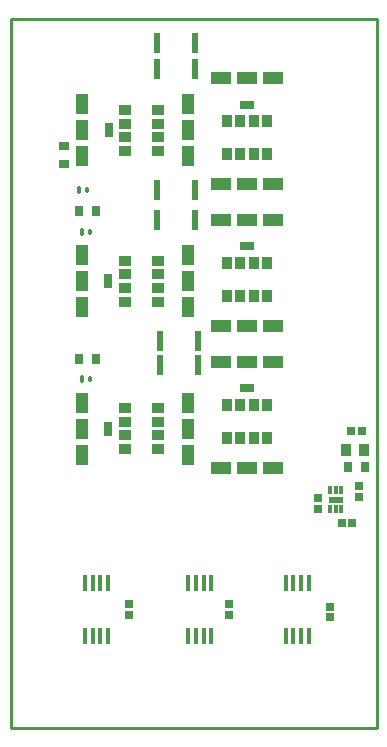
<source format=gtp>
G04*
G04 #@! TF.GenerationSoftware,Altium Limited,Altium Designer,22.10.1 (41)*
G04*
G04 Layer_Color=8421504*
%FSLAX25Y25*%
%MOIN*%
G70*
G04*
G04 #@! TF.SameCoordinates,59214271-F8BB-42CD-AB19-65BC4A0A980D*
G04*
G04*
G04 #@! TF.FilePolarity,Positive*
G04*
G01*
G75*
%ADD13C,0.01000*%
%ADD14R,0.02559X0.02520*%
%ADD15R,0.03347X0.03937*%
%ADD16R,0.01772X0.05709*%
%ADD17R,0.02756X0.03543*%
%ADD18R,0.05158X0.02165*%
%ADD19R,0.01181X0.02756*%
G04:AMPARAMS|DCode=20|XSize=11.81mil|YSize=23.62mil|CornerRadius=4.13mil|HoleSize=0mil|Usage=FLASHONLY|Rotation=180.000|XOffset=0mil|YOffset=0mil|HoleType=Round|Shape=RoundedRectangle|*
%AMROUNDEDRECTD20*
21,1,0.01181,0.01535,0,0,180.0*
21,1,0.00354,0.02362,0,0,180.0*
1,1,0.00827,-0.00177,0.00768*
1,1,0.00827,0.00177,0.00768*
1,1,0.00827,0.00177,-0.00768*
1,1,0.00827,-0.00177,-0.00768*
%
%ADD20ROUNDEDRECTD20*%
%ADD21O,0.01181X0.02362*%
%ADD22R,0.06693X0.04331*%
%ADD23R,0.05118X0.02756*%
%ADD24R,0.03347X0.04331*%
%ADD25R,0.04331X0.06693*%
%ADD26R,0.02756X0.05118*%
%ADD27R,0.04331X0.03347*%
%ADD28R,0.02441X0.07165*%
%ADD29R,0.02520X0.02559*%
%ADD30R,0.03543X0.02756*%
D13*
X127953Y0D02*
Y236221D01*
X5906Y0D02*
X127953D01*
X5906D02*
Y236221D01*
X127953D01*
D14*
X119488Y99016D02*
D03*
X123031D02*
D03*
X119783Y68307D02*
D03*
X116240D02*
D03*
D15*
X117815Y92618D02*
D03*
X123721D02*
D03*
D16*
X30610Y48130D02*
D03*
Y30610D02*
D03*
X33169D02*
D03*
X35728D02*
D03*
X38287D02*
D03*
Y48130D02*
D03*
X35728D02*
D03*
X33169D02*
D03*
X65059Y30610D02*
D03*
X67618D02*
D03*
X70177D02*
D03*
X72736D02*
D03*
Y48130D02*
D03*
X70177D02*
D03*
X67618D02*
D03*
X65059D02*
D03*
X97539Y30610D02*
D03*
X100098D02*
D03*
X102657D02*
D03*
X105217D02*
D03*
Y48130D02*
D03*
X102657D02*
D03*
X100098D02*
D03*
X97539D02*
D03*
D17*
X118209Y86811D02*
D03*
X124114D02*
D03*
X34449Y123031D02*
D03*
X28543D02*
D03*
X34449Y172244D02*
D03*
X28543D02*
D03*
D18*
X114173Y75984D02*
D03*
D19*
X116142Y72835D02*
D03*
X114173D02*
D03*
X112205D02*
D03*
Y79134D02*
D03*
X114173D02*
D03*
X116142D02*
D03*
D20*
X28543Y179134D02*
D03*
X29626Y165354D02*
D03*
Y116142D02*
D03*
D21*
X31398Y179134D02*
D03*
X32480Y165354D02*
D03*
Y116142D02*
D03*
D22*
X75984Y216535D02*
D03*
X84646D02*
D03*
X93307D02*
D03*
X75984Y181102D02*
D03*
X84646D02*
D03*
X93307D02*
D03*
X75984Y169291D02*
D03*
X84646D02*
D03*
X93307D02*
D03*
X75984Y133858D02*
D03*
X84646D02*
D03*
X93307D02*
D03*
X75984Y122047D02*
D03*
X84646D02*
D03*
X93307D02*
D03*
X75984Y86614D02*
D03*
X84646D02*
D03*
X93307D02*
D03*
D23*
X84646Y207677D02*
D03*
Y160433D02*
D03*
Y113189D02*
D03*
D24*
X77854Y191142D02*
D03*
X82382D02*
D03*
X86910D02*
D03*
X91437D02*
D03*
X77854Y202165D02*
D03*
X82382D02*
D03*
X86910D02*
D03*
X91437D02*
D03*
X77854Y143898D02*
D03*
X82382D02*
D03*
X86910D02*
D03*
X91437D02*
D03*
X77854Y154921D02*
D03*
X82382D02*
D03*
X86910D02*
D03*
X91437D02*
D03*
X77854Y96653D02*
D03*
X82382D02*
D03*
X86910D02*
D03*
X91437D02*
D03*
X77854Y107677D02*
D03*
X82382D02*
D03*
X86910D02*
D03*
X91437D02*
D03*
D25*
X29724Y190453D02*
D03*
Y199114D02*
D03*
Y207776D02*
D03*
X65158Y190453D02*
D03*
Y199114D02*
D03*
Y207776D02*
D03*
X29528Y140157D02*
D03*
Y148819D02*
D03*
Y157480D02*
D03*
X64961Y140157D02*
D03*
Y148819D02*
D03*
Y157480D02*
D03*
X29528Y91043D02*
D03*
Y99705D02*
D03*
Y108366D02*
D03*
X64961Y91043D02*
D03*
Y99705D02*
D03*
Y108366D02*
D03*
D26*
X38583Y199114D02*
D03*
X38386Y148819D02*
D03*
X38386Y99705D02*
D03*
D27*
X55118Y192323D02*
D03*
Y196850D02*
D03*
Y201378D02*
D03*
Y205906D02*
D03*
X44094Y192323D02*
D03*
Y196850D02*
D03*
Y201378D02*
D03*
Y205906D02*
D03*
X54921Y142027D02*
D03*
Y146555D02*
D03*
Y151083D02*
D03*
Y155610D02*
D03*
X43898Y142027D02*
D03*
Y146555D02*
D03*
Y151083D02*
D03*
Y155610D02*
D03*
X54921Y92913D02*
D03*
Y97441D02*
D03*
Y101969D02*
D03*
Y106496D02*
D03*
X43898Y92913D02*
D03*
Y97441D02*
D03*
Y101969D02*
D03*
Y106496D02*
D03*
D28*
X67323Y219488D02*
D03*
X54724D02*
D03*
X67323Y228346D02*
D03*
X54724D02*
D03*
X67323Y179134D02*
D03*
X54724D02*
D03*
X67323Y169291D02*
D03*
X54724D02*
D03*
X68307Y128937D02*
D03*
X55709D02*
D03*
X68307Y121063D02*
D03*
X55709D02*
D03*
D29*
X108268Y73032D02*
D03*
Y76575D02*
D03*
X122047Y76968D02*
D03*
Y80512D02*
D03*
X112205Y36811D02*
D03*
Y40354D02*
D03*
X78740Y37598D02*
D03*
Y41142D02*
D03*
X45276Y37598D02*
D03*
Y41142D02*
D03*
D30*
X23622Y187992D02*
D03*
Y193898D02*
D03*
M02*

</source>
